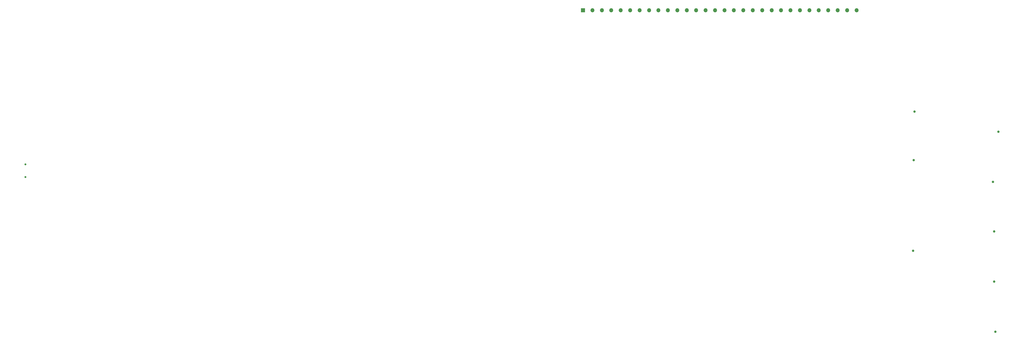
<source format=gbr>
%TF.GenerationSoftware,KiCad,Pcbnew,(6.99.0-2452-gdb4f2d9dd8)*%
%TF.CreationDate,2022-07-18T19:05:11+02:00*%
%TF.ProjectId,FXTal_rev1,46585461-6c5f-4726-9576-312e6b696361,rev?*%
%TF.SameCoordinates,PXe1237f8PYe7db780*%
%TF.FileFunction,Soldermask,Top*%
%TF.FilePolarity,Negative*%
%FSLAX46Y46*%
G04 Gerber Fmt 4.6, Leading zero omitted, Abs format (unit mm)*
G04 Created by KiCad (PCBNEW (6.99.0-2452-gdb4f2d9dd8)) date 2022-07-18 19:05:11*
%MOMM*%
%LPD*%
G01*
G04 APERTURE LIST*
%ADD10O,1.700000X1.700000*%
%ADD11R,1.700000X1.700000*%
%ADD12C,1.000000*%
%ADD13C,0.800000*%
G04 APERTURE END LIST*
D10*
%TO.C,J1*%
X398515999Y-133978999D03*
X394555999Y-133978999D03*
X390595999Y-133978999D03*
X386635999Y-133978999D03*
X382675999Y-133978999D03*
X378715999Y-133978999D03*
X374755999Y-133978999D03*
X370795999Y-133978999D03*
X366835999Y-133978999D03*
X362875999Y-133978999D03*
X358915999Y-133978999D03*
X354955999Y-133978999D03*
X350995999Y-133978999D03*
X347035999Y-133978999D03*
X343075999Y-133978999D03*
X339115999Y-133978999D03*
X335155999Y-133978999D03*
X331195999Y-133978999D03*
X327235999Y-133978999D03*
X323275999Y-133978999D03*
X319315999Y-133978999D03*
X315355999Y-133978999D03*
X311395999Y-133978999D03*
X307435999Y-133978999D03*
X303475999Y-133978999D03*
X299515999Y-133978999D03*
X295555999Y-133978999D03*
X291595999Y-133978999D03*
X287635999Y-133978999D03*
D11*
X283675999Y-133978999D03*
%TD*%
D12*
%TO.C,ROW_1_TP1*%
X456808000Y-269119000D03*
%TD*%
%TO.C,ROW_2_TP2*%
X456300000Y-248037000D03*
%TD*%
%TO.C,ROW_3_TP3*%
X456300000Y-226955000D03*
%TD*%
%TO.C,ROW_4_TP4*%
X422264000Y-235083000D03*
%TD*%
%TO.C,ROW_5_TP5*%
X455792000Y-206127000D03*
%TD*%
%TO.C,ROW_6_TP6*%
X422516000Y-196979000D03*
%TD*%
%TO.C,ROW_7_TP7*%
X458078000Y-185045000D03*
%TD*%
%TO.C,ROW_8_TP8*%
X422816000Y-176579000D03*
%TD*%
D13*
X49530000Y-198760000D03*
X49530000Y-204150000D03*
M02*

</source>
